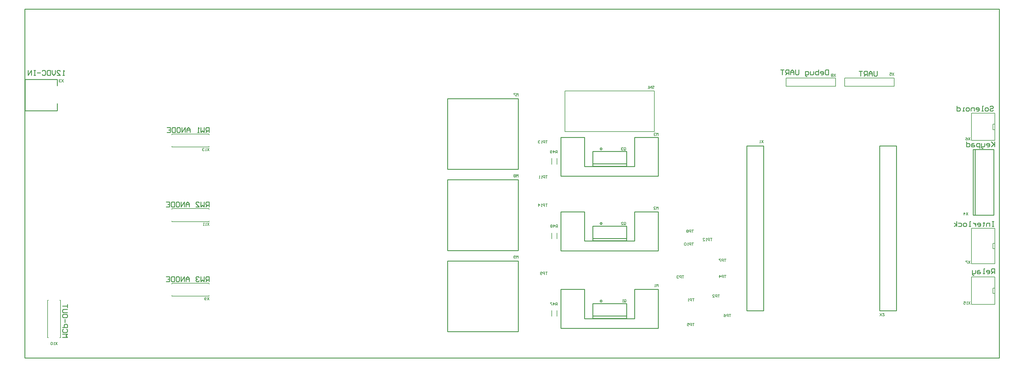
<source format=gbo>
G04 Layer_Color=32896*
%FSLAX43Y43*%
%MOMM*%
G71*
G01*
G75*
%ADD34C,0.250*%
%ADD36C,0.150*%
%ADD38C,0.200*%
%ADD42C,0.254*%
D34*
X292500Y44000D02*
Y64200D01*
X291900Y44000D02*
Y64200D01*
D36*
X298025Y33660D02*
X298600D01*
X298025D02*
Y35285D01*
X298575D01*
X291400Y39950D02*
X298600D01*
Y28975D02*
Y39950D01*
X291400Y28975D02*
X298600D01*
X291400D02*
Y39950D01*
Y67000D02*
Y75450D01*
Y67000D02*
X298600D01*
Y75450D01*
X291400D02*
X298600D01*
X298025Y71985D02*
X298575D01*
X298025Y70360D02*
Y71985D01*
Y70360D02*
X298600D01*
X291400Y16500D02*
Y24950D01*
Y16500D02*
X298600D01*
Y24950D01*
X291400D02*
X298600D01*
X298025Y21485D02*
X298575D01*
X298025Y19860D02*
Y21485D01*
Y19860D02*
X298600D01*
X206045Y18267D02*
X205512D01*
X205779D01*
Y17468D01*
X205245D02*
Y18267D01*
X204845D01*
X204712Y18134D01*
Y17868D01*
X204845Y17734D01*
X205245D01*
X204446Y17468D02*
X204179D01*
X204312D01*
Y18267D01*
X204446Y18134D01*
X184467Y64133D02*
Y64666D01*
X184600Y64800D01*
X184867D01*
X185000Y64666D01*
Y64133D01*
X184867Y64000D01*
X184600D01*
X184733Y64267D02*
X184467Y64000D01*
X184600D02*
X184467Y64133D01*
X184200Y64666D02*
X184067Y64800D01*
X183800D01*
X183667Y64666D01*
Y64533D01*
X183800Y64400D01*
X183934D01*
X183800D01*
X183667Y64267D01*
Y64133D01*
X183800Y64000D01*
X184067D01*
X184200Y64133D01*
X151878Y55691D02*
Y56491D01*
X151611Y56224D01*
X151345Y56491D01*
Y55691D01*
X151078Y56357D02*
X150945Y56491D01*
X150678D01*
X150545Y56357D01*
Y56224D01*
X150678Y56091D01*
X150545Y55958D01*
Y55824D01*
X150678Y55691D01*
X150945D01*
X151078Y55824D01*
Y55958D01*
X150945Y56091D01*
X151078Y56224D01*
Y56357D01*
X150945Y56091D02*
X150678D01*
X151878Y80685D02*
Y81484D01*
X151611Y81218D01*
X151345Y81484D01*
Y80685D01*
X151078Y81484D02*
X150545D01*
Y81351D01*
X151078Y80818D01*
Y80685D01*
X56700Y64600D02*
X56167Y63800D01*
Y64600D02*
X56700Y63800D01*
X55900D02*
X55634D01*
X55767D01*
Y64600D01*
X55900Y64466D01*
X55234D02*
X55101Y64600D01*
X54834D01*
X54701Y64466D01*
Y64333D01*
X54834Y64200D01*
X54967D01*
X54834D01*
X54701Y64067D01*
Y63933D01*
X54834Y63800D01*
X55101D01*
X55234Y63933D01*
X10000Y4800D02*
X9467Y4000D01*
Y4800D02*
X10000Y4000D01*
X9200D02*
X8934D01*
X9067D01*
Y4800D01*
X9200Y4666D01*
X8534D02*
X8401Y4800D01*
X8134D01*
X8001Y4666D01*
Y4133D01*
X8134Y4000D01*
X8401D01*
X8534Y4133D01*
Y4666D01*
X249600Y87500D02*
X249067Y86700D01*
Y87500D02*
X249600Y86700D01*
X248800Y87366D02*
X248667Y87500D01*
X248400D01*
X248267Y87366D01*
Y87233D01*
X248400Y87100D01*
X248267Y86967D01*
Y86833D01*
X248400Y86700D01*
X248667D01*
X248800Y86833D01*
Y86967D01*
X248667Y87100D01*
X248800Y87233D01*
Y87366D01*
X248667Y87100D02*
X248400D01*
X263254Y12894D02*
X263787Y13694D01*
Y12894D02*
X263254Y13694D01*
X264586D02*
X264053D01*
X264586Y13161D01*
Y13027D01*
X264453Y12894D01*
X264187D01*
X264053Y13027D01*
X291000Y29900D02*
X290467Y29100D01*
Y29900D02*
X291000Y29100D01*
X290200Y29900D02*
X289667D01*
Y29766D01*
X290200Y29233D01*
Y29100D01*
X291000Y67900D02*
X290467Y67100D01*
Y67900D02*
X291000Y67100D01*
X289667Y67900D02*
X289934Y67766D01*
X290200Y67500D01*
Y67233D01*
X290067Y67100D01*
X289800D01*
X289667Y67233D01*
Y67367D01*
X289800Y67500D01*
X290200D01*
X194969Y21872D02*
Y22672D01*
X194702Y22406D01*
X194435Y22672D01*
Y21872D01*
X194169D02*
X193902D01*
X194036D01*
Y22672D01*
X194169Y22539D01*
X11900Y85800D02*
X11367Y85000D01*
Y85800D02*
X11900Y85000D01*
X11100Y85666D02*
X10967Y85800D01*
X10700D01*
X10567Y85666D01*
Y85533D01*
X10700Y85400D01*
X10834D01*
X10700D01*
X10567Y85267D01*
Y85133D01*
X10700Y85000D01*
X10967D01*
X11100Y85133D01*
X290300Y44800D02*
X289767Y44000D01*
Y44800D02*
X290300Y44000D01*
X289100D02*
Y44800D01*
X289500Y44400D01*
X288967D01*
X291000Y17300D02*
X290467Y16500D01*
Y17300D02*
X291000Y16500D01*
X290200D02*
X289934D01*
X290067D01*
Y17300D01*
X290200Y17166D01*
X289001Y17300D02*
X289534D01*
Y16900D01*
X289267Y17033D01*
X289134D01*
X289001Y16900D01*
Y16633D01*
X289134Y16500D01*
X289401D01*
X289534Y16633D01*
X160848Y47465D02*
X160315D01*
X160581D01*
Y46665D01*
X160048D02*
Y47465D01*
X159648D01*
X159515Y47332D01*
Y47065D01*
X159648Y46932D01*
X160048D01*
X159248Y46665D02*
X158982D01*
X159115D01*
Y47465D01*
X159248Y47332D01*
X158182Y46665D02*
Y47465D01*
X158582Y47065D01*
X158049D01*
X160861Y66965D02*
X160328D01*
X160595D01*
Y66165D01*
X160062D02*
Y66965D01*
X159662D01*
X159528Y66832D01*
Y66565D01*
X159662Y66432D01*
X160062D01*
X159262Y66165D02*
X158995D01*
X159129D01*
Y66965D01*
X159262Y66832D01*
X158595D02*
X158462Y66965D01*
X158196D01*
X158062Y66832D01*
Y66699D01*
X158196Y66565D01*
X158329D01*
X158196D01*
X158062Y66432D01*
Y66299D01*
X158196Y66165D01*
X158462D01*
X158595Y66299D01*
X211549Y36865D02*
X211016D01*
X211283D01*
Y36065D01*
X210750D02*
Y36865D01*
X210350D01*
X210216Y36732D01*
Y36465D01*
X210350Y36332D01*
X210750D01*
X209950Y36065D02*
X209683D01*
X209817D01*
Y36865D01*
X209950Y36732D01*
X208750Y36065D02*
X209283D01*
X208750Y36598D01*
Y36732D01*
X208884Y36865D01*
X209150D01*
X209283Y36732D01*
X160861Y56165D02*
X160328D01*
X160595D01*
Y55365D01*
X160061D02*
Y56165D01*
X159662D01*
X159528Y56032D01*
Y55765D01*
X159662Y55632D01*
X160061D01*
X159262Y55365D02*
X158995D01*
X159128D01*
Y56165D01*
X159262Y56032D01*
X158595Y55365D02*
X158329D01*
X158462D01*
Y56165D01*
X158595Y56032D01*
X205857Y35465D02*
X205324D01*
X205591D01*
Y34665D01*
X205057D02*
Y35465D01*
X204658D01*
X204524Y35332D01*
Y35065D01*
X204658Y34932D01*
X205057D01*
X204258Y34665D02*
X203991D01*
X204124D01*
Y35465D01*
X204258Y35332D01*
X203591D02*
X203458Y35465D01*
X203191D01*
X203058Y35332D01*
Y34799D01*
X203191Y34665D01*
X203458D01*
X203591Y34799D01*
Y35332D01*
X160845Y26465D02*
X160312D01*
X160579D01*
Y25665D01*
X160045D02*
Y26465D01*
X159645D01*
X159512Y26332D01*
Y26065D01*
X159645Y25932D01*
X160045D01*
X159246Y25799D02*
X159112Y25665D01*
X158846D01*
X158712Y25799D01*
Y26332D01*
X158846Y26465D01*
X159112D01*
X159246Y26332D01*
Y26198D01*
X159112Y26065D01*
X158712D01*
X205854Y39465D02*
X205321D01*
X205587D01*
Y38665D01*
X205054D02*
Y39465D01*
X204654D01*
X204521Y39332D01*
Y39065D01*
X204654Y38932D01*
X205054D01*
X204254Y39332D02*
X204121Y39465D01*
X203855D01*
X203721Y39332D01*
Y39199D01*
X203855Y39065D01*
X203721Y38932D01*
Y38799D01*
X203855Y38665D01*
X204121D01*
X204254Y38799D01*
Y38932D01*
X204121Y39065D01*
X204254Y39199D01*
Y39332D01*
X204121Y39065D02*
X203855D01*
X215848Y30467D02*
X215315D01*
X215581D01*
Y29668D01*
X215048D02*
Y30467D01*
X214648D01*
X214515Y30334D01*
Y30068D01*
X214648Y29934D01*
X215048D01*
X214248Y30467D02*
X213715D01*
Y30334D01*
X214248Y29801D01*
Y29668D01*
X217355Y13467D02*
X216822D01*
X217089D01*
Y12668D01*
X216555D02*
Y13467D01*
X216156D01*
X216022Y13334D01*
Y13068D01*
X216156Y12934D01*
X216555D01*
X215223Y13467D02*
X215489Y13334D01*
X215756Y13068D01*
Y12801D01*
X215622Y12668D01*
X215356D01*
X215223Y12801D01*
Y12934D01*
X215356Y13068D01*
X215756D01*
X206064Y10667D02*
X205531D01*
X205797D01*
Y9868D01*
X205264D02*
Y10667D01*
X204864D01*
X204731Y10534D01*
Y10268D01*
X204864Y10134D01*
X205264D01*
X203931Y10667D02*
X204464D01*
Y10268D01*
X204198Y10401D01*
X204065D01*
X203931Y10268D01*
Y10001D01*
X204065Y9868D01*
X204331D01*
X204464Y10001D01*
X215847Y25467D02*
X215314D01*
X215581D01*
Y24668D01*
X215048D02*
Y25467D01*
X214648D01*
X214514Y25334D01*
Y25068D01*
X214648Y24934D01*
X215048D01*
X213848Y24668D02*
Y25467D01*
X214248Y25068D01*
X213715D01*
X202855Y25367D02*
X202321D01*
X202588D01*
Y24568D01*
X202055D02*
Y25367D01*
X201655D01*
X201522Y25234D01*
Y24968D01*
X201655Y24834D01*
X202055D01*
X201255Y25234D02*
X201122Y25367D01*
X200855D01*
X200722Y25234D01*
Y25101D01*
X200855Y24968D01*
X200988D01*
X200855D01*
X200722Y24834D01*
Y24701D01*
X200855Y24568D01*
X201122D01*
X201255Y24701D01*
X213863Y19467D02*
X213330D01*
X213597D01*
Y18668D01*
X213064D02*
Y19467D01*
X212664D01*
X212530Y19334D01*
Y19068D01*
X212664Y18934D01*
X213064D01*
X211731Y18668D02*
X212264D01*
X211731Y19201D01*
Y19334D01*
X211864Y19467D01*
X212131D01*
X212264Y19334D01*
X193178Y83679D02*
X193312Y83812D01*
X193578D01*
X193712Y83679D01*
Y83545D01*
X193578Y83412D01*
X193312D01*
X193178Y83279D01*
Y83145D01*
X193312Y83012D01*
X193578D01*
X193712Y83145D01*
X192912Y83012D02*
Y83812D01*
X192379Y83012D01*
Y83812D01*
X192112Y83012D02*
X191846D01*
X191979D01*
Y83812D01*
X192112Y83679D01*
X151878Y30697D02*
Y31497D01*
X151611Y31231D01*
X151345Y31497D01*
Y30697D01*
X151078Y30831D02*
X150945Y30697D01*
X150678D01*
X150545Y30831D01*
Y31364D01*
X150678Y31497D01*
X150945D01*
X151078Y31364D01*
Y31231D01*
X150945Y31097D01*
X150545D01*
X195000Y68500D02*
Y69300D01*
X194733Y69033D01*
X194467Y69300D01*
Y68500D01*
X194200Y69166D02*
X194067Y69300D01*
X193800D01*
X193667Y69166D01*
Y69033D01*
X193800Y68900D01*
X193934D01*
X193800D01*
X193667Y68767D01*
Y68633D01*
X193800Y68500D01*
X194067D01*
X194200Y68633D01*
X194969Y45777D02*
Y46576D01*
X194702Y46310D01*
X194435Y46576D01*
Y45777D01*
X193636D02*
X194169D01*
X193636Y46310D01*
Y46443D01*
X193769Y46576D01*
X194036D01*
X194169Y46443D01*
X184567Y17333D02*
Y17866D01*
X184700Y18000D01*
X184967D01*
X185100Y17866D01*
Y17333D01*
X184967Y17200D01*
X184700D01*
X184833Y17467D02*
X184567Y17200D01*
X184700D02*
X184567Y17333D01*
X184300Y17200D02*
X184034D01*
X184167D01*
Y18000D01*
X184300Y17866D01*
X184467Y41133D02*
Y41666D01*
X184600Y41800D01*
X184867D01*
X185000Y41666D01*
Y41133D01*
X184867Y41000D01*
X184600D01*
X184733Y41267D02*
X184467Y41000D01*
X184600D02*
X184467Y41133D01*
X183667Y41000D02*
X184200D01*
X183667Y41533D01*
Y41666D01*
X183800Y41800D01*
X184067D01*
X184200Y41666D01*
X163900Y16200D02*
Y17000D01*
X163500D01*
X163367Y16866D01*
Y16600D01*
X163500Y16467D01*
X163900D01*
X163633D02*
X163367Y16200D01*
X162700D02*
Y17000D01*
X163100Y16600D01*
X162567D01*
X162301Y17000D02*
X161767D01*
Y16866D01*
X162301Y16333D01*
Y16200D01*
X164000Y40200D02*
Y41000D01*
X163600D01*
X163467Y40866D01*
Y40600D01*
X163600Y40467D01*
X164000D01*
X163733D02*
X163467Y40200D01*
X162800D02*
Y41000D01*
X163200Y40600D01*
X162667D01*
X162401Y40866D02*
X162267Y41000D01*
X162001D01*
X161867Y40866D01*
Y40733D01*
X162001Y40600D01*
X161867Y40467D01*
Y40333D01*
X162001Y40200D01*
X162267D01*
X162401Y40333D01*
Y40467D01*
X162267Y40600D01*
X162401Y40733D01*
Y40866D01*
X162267Y40600D02*
X162001D01*
X163900Y63100D02*
Y63900D01*
X163500D01*
X163367Y63766D01*
Y63500D01*
X163500Y63367D01*
X163900D01*
X163633D02*
X163367Y63100D01*
X162700D02*
Y63900D01*
X163100Y63500D01*
X162567D01*
X162301Y63233D02*
X162167Y63100D01*
X161901D01*
X161767Y63233D01*
Y63766D01*
X161901Y63900D01*
X162167D01*
X162301Y63766D01*
Y63633D01*
X162167Y63500D01*
X161767D01*
X267575Y87838D02*
X267042Y87038D01*
Y87838D02*
X267575Y87038D01*
X266242Y87838D02*
X266775D01*
Y87438D01*
X266509Y87572D01*
X266375D01*
X266242Y87438D01*
Y87172D01*
X266375Y87038D01*
X266642D01*
X266775Y87172D01*
X227307Y67046D02*
X226773Y66246D01*
Y67046D02*
X227307Y66246D01*
X226507D02*
X226240D01*
X226373D01*
Y67046D01*
X226507Y66913D01*
X56700Y18600D02*
X56167Y17800D01*
Y18600D02*
X56700Y17800D01*
X55900Y17933D02*
X55767Y17800D01*
X55500D01*
X55367Y17933D01*
Y18466D01*
X55500Y18600D01*
X55767D01*
X55900Y18466D01*
Y18333D01*
X55767Y18200D01*
X55367D01*
X56700Y41600D02*
X56167Y40800D01*
Y41600D02*
X56700Y40800D01*
X55900D02*
X55634D01*
X55767D01*
Y41600D01*
X55900Y41466D01*
X55234Y40800D02*
X54967D01*
X55101D01*
Y41600D01*
X55234Y41466D01*
D38*
X45250Y65000D02*
X56750D01*
Y65250D01*
X45250Y65000D02*
Y65250D01*
X56750Y68750D02*
Y69000D01*
X45250Y68750D02*
Y69000D01*
X56750D01*
X11000Y6250D02*
Y17750D01*
X10750D02*
X11000D01*
X10750Y6250D02*
X11000D01*
X7000Y17750D02*
X7250D01*
X7000Y6250D02*
X7250D01*
X7000D02*
Y17750D01*
X234380Y86270D02*
X249620D01*
X234380Y83730D02*
Y86270D01*
Y83730D02*
X249620D01*
Y86270D01*
X166250Y69750D02*
X193750D01*
X166250Y82250D02*
X193750D01*
X166250Y69750D02*
Y82250D01*
X193750Y69750D02*
Y82250D01*
X163800Y12800D02*
Y14600D01*
X162200Y12800D02*
Y14600D01*
X163800Y36700D02*
Y38500D01*
X162200Y36700D02*
Y38500D01*
Y59700D02*
Y61500D01*
X163800Y59700D02*
Y61500D01*
X267620Y83730D02*
Y86270D01*
X252380Y83730D02*
X267620D01*
X252380D02*
Y86270D01*
X267620D01*
X45250Y19000D02*
X56750D01*
Y19250D01*
X45250Y19000D02*
Y19250D01*
X56750Y22750D02*
Y23000D01*
X45250Y22750D02*
Y23000D01*
X56750D01*
X45250Y42000D02*
X56750D01*
Y42250D01*
X45250Y42000D02*
Y42250D01*
X56750Y45750D02*
Y46000D01*
X45250Y45750D02*
Y46000D01*
X56750D01*
D42*
X177700Y64400D02*
G03*
X177700Y64400I-300J0D01*
G01*
Y17500D02*
G03*
X177700Y17500I-300J0D01*
G01*
Y41400D02*
G03*
X177700Y41400I-300J0D01*
G01*
X174800Y59100D02*
X185200D01*
Y63600D01*
X174800D02*
X185200D01*
X174800Y59100D02*
Y63600D01*
Y59800D02*
X185200D01*
X130100Y33100D02*
X151900D01*
Y54900D01*
X130100D02*
X151900D01*
X130100Y33100D02*
Y54900D01*
Y58100D02*
Y79900D01*
X151900D01*
Y58100D02*
Y79900D01*
X130100Y58100D02*
X151900D01*
X263130Y65370D02*
X268330D01*
Y14570D02*
Y65370D01*
X263130Y14570D02*
X268330D01*
X263130D02*
Y65370D01*
X165000Y9100D02*
Y21100D01*
X172300D01*
Y12100D02*
Y21100D01*
Y12100D02*
X187700D01*
Y21100D01*
X195000D01*
Y9100D02*
Y21100D01*
X165000Y9100D02*
X195000D01*
X10000Y76175D02*
Y78375D01*
Y83875D02*
Y85825D01*
X100D02*
X10000D01*
X100Y76175D02*
Y85825D01*
Y76175D02*
X10000D01*
X291900Y64200D02*
X298250D01*
X291900Y44000D02*
X298250D01*
Y64200D01*
X130100Y8100D02*
Y29900D01*
X151900D01*
Y8100D02*
Y29900D01*
X130100Y8100D02*
X151900D01*
X165000Y56000D02*
Y68000D01*
X172300D01*
Y59000D02*
Y68000D01*
Y59000D02*
X187700D01*
Y68000D01*
X195000D01*
Y56000D02*
Y68000D01*
X165000Y56000D02*
X195000D01*
X165000Y33000D02*
X195000D01*
Y45000D01*
X187700D02*
X195000D01*
X187700Y36000D02*
Y45000D01*
X172300Y36000D02*
X187700D01*
X172300D02*
Y45000D01*
X165000D02*
X172300D01*
X165000Y33000D02*
Y45000D01*
X174800Y12200D02*
X185200D01*
Y16700D01*
X174800D02*
X185200D01*
X174800Y12200D02*
Y16700D01*
Y12900D02*
X185200D01*
X174800Y36800D02*
X185200D01*
X174800Y36100D02*
Y40600D01*
X185200D01*
Y36100D02*
Y40600D01*
X174800Y36100D02*
X185200D01*
X222230Y14570D02*
X227430D01*
X222230D02*
Y65370D01*
X227430D01*
Y14570D02*
Y65370D01*
X298500Y66624D02*
Y65100D01*
Y65608D01*
X297484Y66624D01*
X298246Y65862D01*
X297484Y65100D01*
X296215D02*
X296723D01*
X296977Y65354D01*
Y65862D01*
X296723Y66116D01*
X296215D01*
X295961Y65862D01*
Y65608D01*
X296977D01*
X295453Y66116D02*
Y65354D01*
X295199Y65100D01*
X294437D01*
Y64846D01*
X294691Y64592D01*
X294945D01*
X294437Y65100D02*
Y66116D01*
X293929Y64592D02*
Y66116D01*
X293168D01*
X292914Y65862D01*
Y65354D01*
X293168Y65100D01*
X293929D01*
X292152Y66116D02*
X291644D01*
X291390Y65862D01*
Y65100D01*
X292152D01*
X292406Y65354D01*
X292152Y65608D01*
X291390D01*
X289867Y66624D02*
Y65100D01*
X290629D01*
X290882Y65354D01*
Y65862D01*
X290629Y66116D01*
X289867D01*
X297084Y77370D02*
X297338Y77624D01*
X297846D01*
X298100Y77370D01*
Y77116D01*
X297846Y76862D01*
X297338D01*
X297084Y76608D01*
Y76354D01*
X297338Y76100D01*
X297846D01*
X298100Y76354D01*
X296323Y76100D02*
X295815D01*
X295561Y76354D01*
Y76862D01*
X295815Y77116D01*
X296323D01*
X296576Y76862D01*
Y76354D01*
X296323Y76100D01*
X295053D02*
X294545D01*
X294799D01*
Y77624D01*
X295053D01*
X293022Y76100D02*
X293529D01*
X293783Y76354D01*
Y76862D01*
X293529Y77116D01*
X293022D01*
X292768Y76862D01*
Y76608D01*
X293783D01*
X292260Y76100D02*
Y77116D01*
X291498D01*
X291244Y76862D01*
Y76100D01*
X290482D02*
X289975D01*
X289721Y76354D01*
Y76862D01*
X289975Y77116D01*
X290482D01*
X290736Y76862D01*
Y76354D01*
X290482Y76100D01*
X289213D02*
X288705D01*
X288959D01*
Y77116D01*
X289213D01*
X286928Y77624D02*
Y76100D01*
X287689D01*
X287943Y76354D01*
Y76862D01*
X287689Y77116D01*
X286928D01*
X298300Y42024D02*
X297792D01*
X298046D01*
Y40500D01*
X298300D01*
X297792D01*
X297030D02*
Y41516D01*
X296269D01*
X296015Y41262D01*
Y40500D01*
X295253Y41770D02*
Y41516D01*
X295507D01*
X294999D01*
X295253D01*
Y40754D01*
X294999Y40500D01*
X293476D02*
X293983D01*
X294237Y40754D01*
Y41262D01*
X293983Y41516D01*
X293476D01*
X293222Y41262D01*
Y41008D01*
X294237D01*
X292714Y41516D02*
Y40500D01*
Y41008D01*
X292460Y41262D01*
X292206Y41516D01*
X291952D01*
X291190Y40500D02*
X290682D01*
X290936D01*
Y42024D01*
X291190D01*
X289667Y40500D02*
X289159D01*
X288905Y40754D01*
Y41262D01*
X289159Y41516D01*
X289667D01*
X289921Y41262D01*
Y40754D01*
X289667Y40500D01*
X287382Y41516D02*
X288143D01*
X288397Y41262D01*
Y40754D01*
X288143Y40500D01*
X287382D01*
X286874D02*
Y42024D01*
Y41008D02*
X286112Y41516D01*
X286874Y41008D02*
X286112Y40500D01*
X298500Y26000D02*
Y27524D01*
X297738D01*
X297484Y27270D01*
Y26762D01*
X297738Y26508D01*
X298500D01*
X297992D02*
X297484Y26000D01*
X296215D02*
X296723D01*
X296977Y26254D01*
Y26762D01*
X296723Y27016D01*
X296215D01*
X295961Y26762D01*
Y26508D01*
X296977D01*
X295453Y26000D02*
X294945D01*
X295199D01*
Y27524D01*
X295453D01*
X293929Y27016D02*
X293422D01*
X293168Y26762D01*
Y26000D01*
X293929D01*
X294183Y26254D01*
X293929Y26508D01*
X293168D01*
X292660Y27016D02*
Y26254D01*
X292406Y26000D01*
X291644D01*
Y25746D01*
X291898Y25492D01*
X292152D01*
X291644Y26000D02*
Y27016D01*
X56700Y69500D02*
Y71024D01*
X55938D01*
X55684Y70770D01*
Y70262D01*
X55938Y70008D01*
X56700D01*
X56192D02*
X55684Y69500D01*
X55176Y71024D02*
Y69500D01*
X54669Y70008D01*
X54161Y69500D01*
Y71024D01*
X53653Y69500D02*
X53145D01*
X53399D01*
Y71024D01*
X53653Y70770D01*
X50860Y69500D02*
Y70516D01*
X50352Y71024D01*
X49844Y70516D01*
Y69500D01*
Y70262D01*
X50860D01*
X49336Y69500D02*
Y71024D01*
X48321Y69500D01*
Y71024D01*
X47051D02*
X47559D01*
X47813Y70770D01*
Y69754D01*
X47559Y69500D01*
X47051D01*
X46797Y69754D01*
Y70770D01*
X47051Y71024D01*
X46289D02*
Y69500D01*
X45528D01*
X45274Y69754D01*
Y70770D01*
X45528Y71024D01*
X46289D01*
X43750D02*
X44766D01*
Y69500D01*
X43750D01*
X44766Y70262D02*
X44258D01*
X56700Y46500D02*
Y48024D01*
X55938D01*
X55684Y47770D01*
Y47262D01*
X55938Y47008D01*
X56700D01*
X56192D02*
X55684Y46500D01*
X55176Y48024D02*
Y46500D01*
X54669Y47008D01*
X54161Y46500D01*
Y48024D01*
X52637Y46500D02*
X53653D01*
X52637Y47516D01*
Y47770D01*
X52891Y48024D01*
X53399D01*
X53653Y47770D01*
X50606Y46500D02*
Y47516D01*
X50098Y48024D01*
X49590Y47516D01*
Y46500D01*
Y47262D01*
X50606D01*
X49082Y46500D02*
Y48024D01*
X48067Y46500D01*
Y48024D01*
X46797D02*
X47305D01*
X47559Y47770D01*
Y46754D01*
X47305Y46500D01*
X46797D01*
X46543Y46754D01*
Y47770D01*
X46797Y48024D01*
X46035D02*
Y46500D01*
X45274D01*
X45020Y46754D01*
Y47770D01*
X45274Y48024D01*
X46035D01*
X43496D02*
X44512D01*
Y46500D01*
X43496D01*
X44512Y47262D02*
X44004D01*
X56700Y23500D02*
Y25024D01*
X55938D01*
X55684Y24770D01*
Y24262D01*
X55938Y24008D01*
X56700D01*
X56192D02*
X55684Y23500D01*
X55176Y25024D02*
Y23500D01*
X54669Y24008D01*
X54161Y23500D01*
Y25024D01*
X53653Y24770D02*
X53399Y25024D01*
X52891D01*
X52637Y24770D01*
Y24516D01*
X52891Y24262D01*
X53145D01*
X52891D01*
X52637Y24008D01*
Y23754D01*
X52891Y23500D01*
X53399D01*
X53653Y23754D01*
X50606Y23500D02*
Y24516D01*
X50098Y25024D01*
X49590Y24516D01*
Y23500D01*
Y24262D01*
X50606D01*
X49082Y23500D02*
Y25024D01*
X48067Y23500D01*
Y25024D01*
X46797D02*
X47305D01*
X47559Y24770D01*
Y23754D01*
X47305Y23500D01*
X46797D01*
X46543Y23754D01*
Y24770D01*
X46797Y25024D01*
X46035D02*
Y23500D01*
X45274D01*
X45020Y23754D01*
Y24770D01*
X45274Y25024D01*
X46035D01*
X43496D02*
X44512D01*
Y23500D01*
X43496D01*
X44512Y24262D02*
X44004D01*
X11600Y6300D02*
X13124D01*
X12616Y6808D01*
X13124Y7316D01*
X11600D01*
X12870Y8839D02*
X13124Y8585D01*
Y8077D01*
X12870Y7824D01*
X11854D01*
X11600Y8077D01*
Y8585D01*
X11854Y8839D01*
X11600Y9347D02*
X13124D01*
Y10109D01*
X12870Y10363D01*
X12362D01*
X12108Y10109D01*
Y9347D01*
X12362Y10871D02*
Y11886D01*
X13124Y13156D02*
Y12648D01*
X12870Y12394D01*
X11854D01*
X11600Y12648D01*
Y13156D01*
X11854Y13410D01*
X12870D01*
X13124Y13156D01*
Y13918D02*
X11854D01*
X11600Y14171D01*
Y14679D01*
X11854Y14933D01*
X13124D01*
Y15441D02*
Y16457D01*
Y15949D01*
X11600D01*
X12200Y87100D02*
X11692D01*
X11946D01*
Y88624D01*
X12200Y88370D01*
X9915Y87100D02*
X10930D01*
X9915Y88116D01*
Y88370D01*
X10169Y88624D01*
X10676D01*
X10930Y88370D01*
X9407Y88624D02*
Y87608D01*
X8899Y87100D01*
X8391Y87608D01*
Y88624D01*
X7883D02*
Y87100D01*
X7122D01*
X6868Y87354D01*
Y88370D01*
X7122Y88624D01*
X7883D01*
X5344Y88370D02*
X5598Y88624D01*
X6106D01*
X6360Y88370D01*
Y87354D01*
X6106Y87100D01*
X5598D01*
X5344Y87354D01*
X4836Y87862D02*
X3821D01*
X3313Y88624D02*
X2805D01*
X3059D01*
Y87100D01*
X3313D01*
X2805D01*
X2043D02*
Y88624D01*
X1028Y87100D01*
Y88624D01*
X247400Y88824D02*
Y87300D01*
X246638D01*
X246384Y87554D01*
Y88570D01*
X246638Y88824D01*
X247400D01*
X245115Y87300D02*
X245623D01*
X245876Y87554D01*
Y88062D01*
X245623Y88316D01*
X245115D01*
X244861Y88062D01*
Y87808D01*
X245876D01*
X244353Y88824D02*
Y87300D01*
X243591D01*
X243337Y87554D01*
Y87808D01*
Y88062D01*
X243591Y88316D01*
X244353D01*
X242829D02*
Y87554D01*
X242576Y87300D01*
X241814D01*
Y88316D01*
X240798Y86792D02*
X240544D01*
X240290Y87046D01*
Y88316D01*
X241052D01*
X241306Y88062D01*
Y87554D01*
X241052Y87300D01*
X240290D01*
X238259Y88824D02*
Y87554D01*
X238005Y87300D01*
X237497D01*
X237243Y87554D01*
Y88824D01*
X236735Y87300D02*
Y88316D01*
X236228Y88824D01*
X235720Y88316D01*
Y87300D01*
Y88062D01*
X236735D01*
X235212Y87300D02*
Y88824D01*
X234450D01*
X234196Y88570D01*
Y88062D01*
X234450Y87808D01*
X235212D01*
X234704D02*
X234196Y87300D01*
X233688Y88824D02*
X232673D01*
X233181D01*
Y87300D01*
X262400Y88324D02*
Y87054D01*
X262146Y86800D01*
X261638D01*
X261384Y87054D01*
Y88324D01*
X260876Y86800D02*
Y87816D01*
X260369Y88324D01*
X259861Y87816D01*
Y86800D01*
Y87562D01*
X260876D01*
X259353Y86800D02*
Y88324D01*
X258591D01*
X258337Y88070D01*
Y87562D01*
X258591Y87308D01*
X259353D01*
X258845D02*
X258337Y86800D01*
X257829Y88324D02*
X256814D01*
X257322D01*
Y86800D01*
X0Y0D02*
Y107500D01*
X300000D01*
Y0D02*
Y107500D01*
X0Y0D02*
X300000D01*
M02*

</source>
